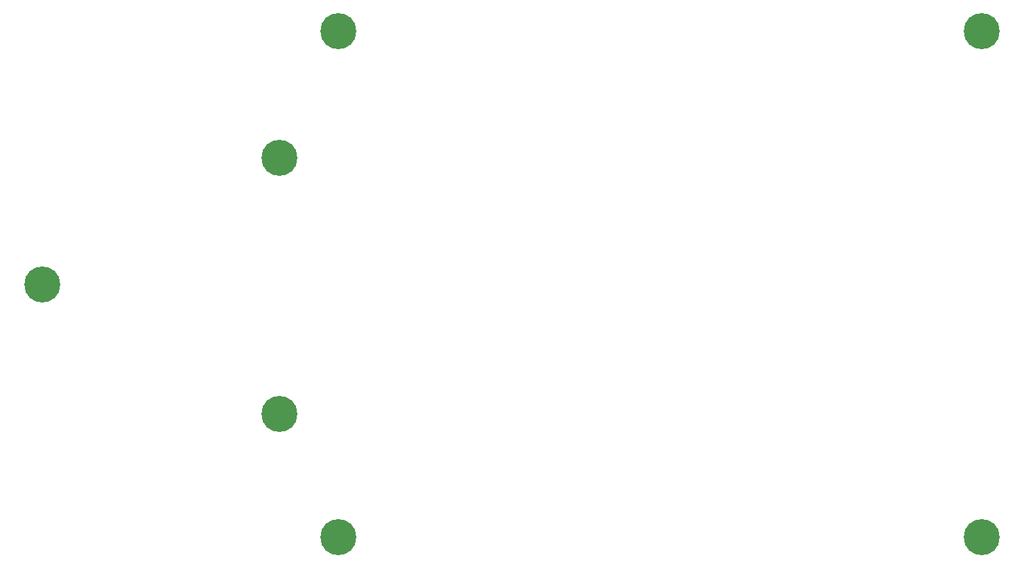
<source format=gts>
G04 #@! TF.GenerationSoftware,KiCad,Pcbnew,7.0.1*
G04 #@! TF.CreationDate,2023-04-28T04:17:00-07:00*
G04 #@! TF.ProjectId,jam-pad_plate,6a616d2d-7061-4645-9f70-6c6174652e6b,rev?*
G04 #@! TF.SameCoordinates,Original*
G04 #@! TF.FileFunction,Soldermask,Top*
G04 #@! TF.FilePolarity,Negative*
%FSLAX46Y46*%
G04 Gerber Fmt 4.6, Leading zero omitted, Abs format (unit mm)*
G04 Created by KiCad (PCBNEW 7.0.1) date 2023-04-28 04:17:00*
%MOMM*%
%LPD*%
G01*
G04 APERTURE LIST*
%ADD10C,4.400000*%
G04 APERTURE END LIST*
D10*
G04 #@! TO.C,REF\u002A\u002A*
X60325000Y-38496875D03*
G04 #@! TD*
G04 #@! TO.C,REF\u002A\u002A*
X31353125Y-53975001D03*
G04 #@! TD*
G04 #@! TO.C,REF\u002A\u002A*
X67468750Y-23018748D03*
G04 #@! TD*
G04 #@! TO.C,REF\u002A\u002A*
X146050000Y-84931252D03*
G04 #@! TD*
G04 #@! TO.C,REF\u002A\u002A*
X146050000Y-23018750D03*
G04 #@! TD*
G04 #@! TO.C,REF\u002A\u002A*
X67468750Y-84931250D03*
G04 #@! TD*
G04 #@! TO.C,REF\u002A\u002A*
X60325000Y-69850000D03*
G04 #@! TD*
M02*

</source>
